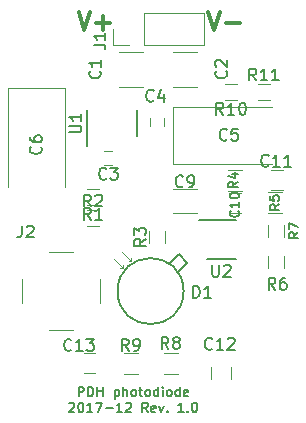
<source format=gbr>
G04 #@! TF.FileFunction,Legend,Top*
%FSLAX46Y46*%
G04 Gerber Fmt 4.6, Leading zero omitted, Abs format (unit mm)*
G04 Created by KiCad (PCBNEW 4.0.6) date 12/22/17 14:46:29*
%MOMM*%
%LPD*%
G01*
G04 APERTURE LIST*
%ADD10C,0.100000*%
%ADD11C,0.150000*%
%ADD12C,0.300000*%
%ADD13C,0.120000*%
G04 APERTURE END LIST*
D10*
D11*
X132221427Y-117136905D02*
X132221427Y-116336905D01*
X132526189Y-116336905D01*
X132602380Y-116375000D01*
X132640475Y-116413095D01*
X132678570Y-116489286D01*
X132678570Y-116603571D01*
X132640475Y-116679762D01*
X132602380Y-116717857D01*
X132526189Y-116755952D01*
X132221427Y-116755952D01*
X133021427Y-117136905D02*
X133021427Y-116336905D01*
X133211903Y-116336905D01*
X133326189Y-116375000D01*
X133402380Y-116451190D01*
X133440475Y-116527381D01*
X133478570Y-116679762D01*
X133478570Y-116794048D01*
X133440475Y-116946429D01*
X133402380Y-117022619D01*
X133326189Y-117098810D01*
X133211903Y-117136905D01*
X133021427Y-117136905D01*
X133821427Y-117136905D02*
X133821427Y-116336905D01*
X133821427Y-116717857D02*
X134278570Y-116717857D01*
X134278570Y-117136905D02*
X134278570Y-116336905D01*
X135269046Y-116603571D02*
X135269046Y-117403571D01*
X135269046Y-116641667D02*
X135345237Y-116603571D01*
X135497618Y-116603571D01*
X135573808Y-116641667D01*
X135611903Y-116679762D01*
X135649999Y-116755952D01*
X135649999Y-116984524D01*
X135611903Y-117060714D01*
X135573808Y-117098810D01*
X135497618Y-117136905D01*
X135345237Y-117136905D01*
X135269046Y-117098810D01*
X135992856Y-117136905D02*
X135992856Y-116336905D01*
X136335713Y-117136905D02*
X136335713Y-116717857D01*
X136297618Y-116641667D01*
X136221428Y-116603571D01*
X136107142Y-116603571D01*
X136030951Y-116641667D01*
X135992856Y-116679762D01*
X136830952Y-117136905D02*
X136754761Y-117098810D01*
X136716666Y-117060714D01*
X136678571Y-116984524D01*
X136678571Y-116755952D01*
X136716666Y-116679762D01*
X136754761Y-116641667D01*
X136830952Y-116603571D01*
X136945238Y-116603571D01*
X137021428Y-116641667D01*
X137059523Y-116679762D01*
X137097619Y-116755952D01*
X137097619Y-116984524D01*
X137059523Y-117060714D01*
X137021428Y-117098810D01*
X136945238Y-117136905D01*
X136830952Y-117136905D01*
X137326190Y-116603571D02*
X137630952Y-116603571D01*
X137440476Y-116336905D02*
X137440476Y-117022619D01*
X137478571Y-117098810D01*
X137554762Y-117136905D01*
X137630952Y-117136905D01*
X138011905Y-117136905D02*
X137935714Y-117098810D01*
X137897619Y-117060714D01*
X137859524Y-116984524D01*
X137859524Y-116755952D01*
X137897619Y-116679762D01*
X137935714Y-116641667D01*
X138011905Y-116603571D01*
X138126191Y-116603571D01*
X138202381Y-116641667D01*
X138240476Y-116679762D01*
X138278572Y-116755952D01*
X138278572Y-116984524D01*
X138240476Y-117060714D01*
X138202381Y-117098810D01*
X138126191Y-117136905D01*
X138011905Y-117136905D01*
X138964286Y-117136905D02*
X138964286Y-116336905D01*
X138964286Y-117098810D02*
X138888096Y-117136905D01*
X138735715Y-117136905D01*
X138659524Y-117098810D01*
X138621429Y-117060714D01*
X138583334Y-116984524D01*
X138583334Y-116755952D01*
X138621429Y-116679762D01*
X138659524Y-116641667D01*
X138735715Y-116603571D01*
X138888096Y-116603571D01*
X138964286Y-116641667D01*
X139345239Y-117136905D02*
X139345239Y-116603571D01*
X139345239Y-116336905D02*
X139307144Y-116375000D01*
X139345239Y-116413095D01*
X139383334Y-116375000D01*
X139345239Y-116336905D01*
X139345239Y-116413095D01*
X139840477Y-117136905D02*
X139764286Y-117098810D01*
X139726191Y-117060714D01*
X139688096Y-116984524D01*
X139688096Y-116755952D01*
X139726191Y-116679762D01*
X139764286Y-116641667D01*
X139840477Y-116603571D01*
X139954763Y-116603571D01*
X140030953Y-116641667D01*
X140069048Y-116679762D01*
X140107144Y-116755952D01*
X140107144Y-116984524D01*
X140069048Y-117060714D01*
X140030953Y-117098810D01*
X139954763Y-117136905D01*
X139840477Y-117136905D01*
X140792858Y-117136905D02*
X140792858Y-116336905D01*
X140792858Y-117098810D02*
X140716668Y-117136905D01*
X140564287Y-117136905D01*
X140488096Y-117098810D01*
X140450001Y-117060714D01*
X140411906Y-116984524D01*
X140411906Y-116755952D01*
X140450001Y-116679762D01*
X140488096Y-116641667D01*
X140564287Y-116603571D01*
X140716668Y-116603571D01*
X140792858Y-116641667D01*
X141478573Y-117098810D02*
X141402383Y-117136905D01*
X141250002Y-117136905D01*
X141173811Y-117098810D01*
X141135716Y-117022619D01*
X141135716Y-116717857D01*
X141173811Y-116641667D01*
X141250002Y-116603571D01*
X141402383Y-116603571D01*
X141478573Y-116641667D01*
X141516668Y-116717857D01*
X141516668Y-116794048D01*
X141135716Y-116870238D01*
X131421428Y-117763095D02*
X131459523Y-117725000D01*
X131535714Y-117686905D01*
X131726190Y-117686905D01*
X131802380Y-117725000D01*
X131840476Y-117763095D01*
X131878571Y-117839286D01*
X131878571Y-117915476D01*
X131840476Y-118029762D01*
X131383333Y-118486905D01*
X131878571Y-118486905D01*
X132373809Y-117686905D02*
X132450000Y-117686905D01*
X132526190Y-117725000D01*
X132564285Y-117763095D01*
X132602381Y-117839286D01*
X132640476Y-117991667D01*
X132640476Y-118182143D01*
X132602381Y-118334524D01*
X132564285Y-118410714D01*
X132526190Y-118448810D01*
X132450000Y-118486905D01*
X132373809Y-118486905D01*
X132297619Y-118448810D01*
X132259523Y-118410714D01*
X132221428Y-118334524D01*
X132183333Y-118182143D01*
X132183333Y-117991667D01*
X132221428Y-117839286D01*
X132259523Y-117763095D01*
X132297619Y-117725000D01*
X132373809Y-117686905D01*
X133402381Y-118486905D02*
X132945238Y-118486905D01*
X133173809Y-118486905D02*
X133173809Y-117686905D01*
X133097619Y-117801190D01*
X133021428Y-117877381D01*
X132945238Y-117915476D01*
X133669048Y-117686905D02*
X134202381Y-117686905D01*
X133859524Y-118486905D01*
X134507143Y-118182143D02*
X135116667Y-118182143D01*
X135916667Y-118486905D02*
X135459524Y-118486905D01*
X135688095Y-118486905D02*
X135688095Y-117686905D01*
X135611905Y-117801190D01*
X135535714Y-117877381D01*
X135459524Y-117915476D01*
X136221429Y-117763095D02*
X136259524Y-117725000D01*
X136335715Y-117686905D01*
X136526191Y-117686905D01*
X136602381Y-117725000D01*
X136640477Y-117763095D01*
X136678572Y-117839286D01*
X136678572Y-117915476D01*
X136640477Y-118029762D01*
X136183334Y-118486905D01*
X136678572Y-118486905D01*
X138088096Y-118486905D02*
X137821429Y-118105952D01*
X137630953Y-118486905D02*
X137630953Y-117686905D01*
X137935715Y-117686905D01*
X138011906Y-117725000D01*
X138050001Y-117763095D01*
X138088096Y-117839286D01*
X138088096Y-117953571D01*
X138050001Y-118029762D01*
X138011906Y-118067857D01*
X137935715Y-118105952D01*
X137630953Y-118105952D01*
X138735715Y-118448810D02*
X138659525Y-118486905D01*
X138507144Y-118486905D01*
X138430953Y-118448810D01*
X138392858Y-118372619D01*
X138392858Y-118067857D01*
X138430953Y-117991667D01*
X138507144Y-117953571D01*
X138659525Y-117953571D01*
X138735715Y-117991667D01*
X138773810Y-118067857D01*
X138773810Y-118144048D01*
X138392858Y-118220238D01*
X139040477Y-117953571D02*
X139230953Y-118486905D01*
X139421429Y-117953571D01*
X139726191Y-118410714D02*
X139764286Y-118448810D01*
X139726191Y-118486905D01*
X139688096Y-118448810D01*
X139726191Y-118410714D01*
X139726191Y-118486905D01*
X141135715Y-118486905D02*
X140678572Y-118486905D01*
X140907143Y-118486905D02*
X140907143Y-117686905D01*
X140830953Y-117801190D01*
X140754762Y-117877381D01*
X140678572Y-117915476D01*
X141478572Y-118410714D02*
X141516667Y-118448810D01*
X141478572Y-118486905D01*
X141440477Y-118448810D01*
X141478572Y-118410714D01*
X141478572Y-118486905D01*
X142011905Y-117686905D02*
X142088096Y-117686905D01*
X142164286Y-117725000D01*
X142202381Y-117763095D01*
X142240477Y-117839286D01*
X142278572Y-117991667D01*
X142278572Y-118182143D01*
X142240477Y-118334524D01*
X142202381Y-118410714D01*
X142164286Y-118448810D01*
X142088096Y-118486905D01*
X142011905Y-118486905D01*
X141935715Y-118448810D01*
X141897619Y-118410714D01*
X141859524Y-118334524D01*
X141821429Y-118182143D01*
X141821429Y-117991667D01*
X141859524Y-117839286D01*
X141897619Y-117763095D01*
X141935715Y-117725000D01*
X142011905Y-117686905D01*
D12*
X143221429Y-84628571D02*
X143721429Y-86128571D01*
X144221429Y-84628571D01*
X144721429Y-85557143D02*
X145864286Y-85557143D01*
X132221429Y-84628571D02*
X132721429Y-86128571D01*
X133221429Y-84628571D01*
X133721429Y-85557143D02*
X134864286Y-85557143D01*
X134292857Y-86128571D02*
X134292857Y-84985714D01*
D11*
X143125000Y-105500000D02*
X145575000Y-105500000D01*
X142400000Y-102200000D02*
X145575000Y-102200000D01*
X132925000Y-95925000D02*
X132925000Y-92950000D01*
X137175000Y-95150000D02*
X137175000Y-92950000D01*
D13*
X137650000Y-87970000D02*
X135650000Y-87970000D01*
X135650000Y-90930000D02*
X137650000Y-90930000D01*
X142250000Y-87970000D02*
X140250000Y-87970000D01*
X140250000Y-90930000D02*
X142250000Y-90930000D01*
X135050000Y-97600000D02*
X134350000Y-97600000D01*
X134350000Y-96400000D02*
X135050000Y-96400000D01*
X138250000Y-94250000D02*
X138250000Y-93550000D01*
X139450000Y-93550000D02*
X139450000Y-94250000D01*
X129750000Y-104950000D02*
X131750000Y-104950000D01*
X129750000Y-111550000D02*
X131750000Y-111550000D01*
X134050000Y-107250000D02*
X134050000Y-109250000D01*
X127450000Y-107250000D02*
X127450000Y-109250000D01*
X138170000Y-104150000D02*
X138170000Y-103150000D01*
X139530000Y-103150000D02*
X139530000Y-104150000D01*
X142880000Y-87380000D02*
X142880000Y-84720000D01*
X137740000Y-87380000D02*
X142880000Y-87380000D01*
X137740000Y-84720000D02*
X142880000Y-84720000D01*
X137740000Y-87380000D02*
X137740000Y-84720000D01*
X136470000Y-87380000D02*
X135140000Y-87380000D01*
X135140000Y-87380000D02*
X135140000Y-86050000D01*
X142250000Y-99630000D02*
X140250000Y-99630000D01*
X140250000Y-101670000D02*
X142250000Y-101670000D01*
X140225000Y-92650000D02*
X148625000Y-92650000D01*
X140225000Y-97450000D02*
X148625000Y-97450000D01*
X140225000Y-92650000D02*
X140225000Y-97450000D01*
X131050000Y-91075000D02*
X131050000Y-99475000D01*
X126250000Y-91075000D02*
X126250000Y-99475000D01*
X131050000Y-91075000D02*
X126250000Y-91075000D01*
X144950000Y-101600000D02*
X145950000Y-101600000D01*
X145950000Y-99900000D02*
X144950000Y-99900000D01*
X148550000Y-99700000D02*
X149550000Y-99700000D01*
X149550000Y-98000000D02*
X148550000Y-98000000D01*
X143400000Y-114650000D02*
X143400000Y-115650000D01*
X145100000Y-115650000D02*
X145100000Y-114650000D01*
X132650000Y-115200000D02*
X133650000Y-115200000D01*
X133650000Y-113500000D02*
X132650000Y-113500000D01*
X144850000Y-97970000D02*
X146050000Y-97970000D01*
X146050000Y-99730000D02*
X144850000Y-99730000D01*
X148250000Y-99870000D02*
X149450000Y-99870000D01*
X149450000Y-101630000D02*
X148250000Y-101630000D01*
X148270000Y-106250000D02*
X148270000Y-105250000D01*
X149630000Y-105250000D02*
X149630000Y-106250000D01*
X148270000Y-103650000D02*
X148270000Y-102650000D01*
X149630000Y-102650000D02*
X149630000Y-103650000D01*
X140650000Y-115230000D02*
X139450000Y-115230000D01*
X139450000Y-113470000D02*
X140650000Y-113470000D01*
X137250000Y-115230000D02*
X136050000Y-115230000D01*
X136050000Y-113470000D02*
X137250000Y-113470000D01*
D11*
X141431500Y-105837000D02*
X140669500Y-106599000D01*
X140733000Y-105138500D02*
X139971000Y-105900500D01*
X140733000Y-105138500D02*
X141431500Y-105837000D01*
X141114000Y-108250000D02*
G75*
G03X141114000Y-108250000I-2794000J0D01*
G01*
D13*
X136002250Y-106318250D02*
X136002250Y-106058250D01*
X136002250Y-106318250D02*
X135752250Y-106318250D01*
X136701750Y-105678250D02*
X136701750Y-105428250D01*
X136701750Y-105678250D02*
X136451750Y-105678250D01*
X135941750Y-104918250D02*
X136701750Y-105678250D01*
X135242250Y-105548250D02*
X136002250Y-106318250D01*
X132932000Y-99618000D02*
X133932000Y-99618000D01*
X133932000Y-100978000D02*
X132932000Y-100978000D01*
X133932000Y-102756000D02*
X132932000Y-102756000D01*
X132932000Y-101396000D02*
X133932000Y-101396000D01*
X144616000Y-90728000D02*
X145616000Y-90728000D01*
X145616000Y-92088000D02*
X144616000Y-92088000D01*
X148410000Y-92088000D02*
X147410000Y-92088000D01*
X147410000Y-90728000D02*
X148410000Y-90728000D01*
D11*
X143538095Y-106027381D02*
X143538095Y-106836905D01*
X143585714Y-106932143D01*
X143633333Y-106979762D01*
X143728571Y-107027381D01*
X143919048Y-107027381D01*
X144014286Y-106979762D01*
X144061905Y-106932143D01*
X144109524Y-106836905D01*
X144109524Y-106027381D01*
X144538095Y-106122619D02*
X144585714Y-106075000D01*
X144680952Y-106027381D01*
X144919048Y-106027381D01*
X145014286Y-106075000D01*
X145061905Y-106122619D01*
X145109524Y-106217857D01*
X145109524Y-106313095D01*
X145061905Y-106455952D01*
X144490476Y-107027381D01*
X145109524Y-107027381D01*
X131452381Y-94811905D02*
X132261905Y-94811905D01*
X132357143Y-94764286D01*
X132404762Y-94716667D01*
X132452381Y-94621429D01*
X132452381Y-94430952D01*
X132404762Y-94335714D01*
X132357143Y-94288095D01*
X132261905Y-94240476D01*
X131452381Y-94240476D01*
X132452381Y-93240476D02*
X132452381Y-93811905D01*
X132452381Y-93526191D02*
X131452381Y-93526191D01*
X131595238Y-93621429D01*
X131690476Y-93716667D01*
X131738095Y-93811905D01*
X134007143Y-89616666D02*
X134054762Y-89664285D01*
X134102381Y-89807142D01*
X134102381Y-89902380D01*
X134054762Y-90045238D01*
X133959524Y-90140476D01*
X133864286Y-90188095D01*
X133673810Y-90235714D01*
X133530952Y-90235714D01*
X133340476Y-90188095D01*
X133245238Y-90140476D01*
X133150000Y-90045238D01*
X133102381Y-89902380D01*
X133102381Y-89807142D01*
X133150000Y-89664285D01*
X133197619Y-89616666D01*
X134102381Y-88664285D02*
X134102381Y-89235714D01*
X134102381Y-88950000D02*
X133102381Y-88950000D01*
X133245238Y-89045238D01*
X133340476Y-89140476D01*
X133388095Y-89235714D01*
X144707143Y-89616666D02*
X144754762Y-89664285D01*
X144802381Y-89807142D01*
X144802381Y-89902380D01*
X144754762Y-90045238D01*
X144659524Y-90140476D01*
X144564286Y-90188095D01*
X144373810Y-90235714D01*
X144230952Y-90235714D01*
X144040476Y-90188095D01*
X143945238Y-90140476D01*
X143850000Y-90045238D01*
X143802381Y-89902380D01*
X143802381Y-89807142D01*
X143850000Y-89664285D01*
X143897619Y-89616666D01*
X143897619Y-89235714D02*
X143850000Y-89188095D01*
X143802381Y-89092857D01*
X143802381Y-88854761D01*
X143850000Y-88759523D01*
X143897619Y-88711904D01*
X143992857Y-88664285D01*
X144088095Y-88664285D01*
X144230952Y-88711904D01*
X144802381Y-89283333D01*
X144802381Y-88664285D01*
X134583334Y-98707143D02*
X134535715Y-98754762D01*
X134392858Y-98802381D01*
X134297620Y-98802381D01*
X134154762Y-98754762D01*
X134059524Y-98659524D01*
X134011905Y-98564286D01*
X133964286Y-98373810D01*
X133964286Y-98230952D01*
X134011905Y-98040476D01*
X134059524Y-97945238D01*
X134154762Y-97850000D01*
X134297620Y-97802381D01*
X134392858Y-97802381D01*
X134535715Y-97850000D01*
X134583334Y-97897619D01*
X134916667Y-97802381D02*
X135535715Y-97802381D01*
X135202381Y-98183333D01*
X135345239Y-98183333D01*
X135440477Y-98230952D01*
X135488096Y-98278571D01*
X135535715Y-98373810D01*
X135535715Y-98611905D01*
X135488096Y-98707143D01*
X135440477Y-98754762D01*
X135345239Y-98802381D01*
X135059524Y-98802381D01*
X134964286Y-98754762D01*
X134916667Y-98707143D01*
X138583334Y-92107143D02*
X138535715Y-92154762D01*
X138392858Y-92202381D01*
X138297620Y-92202381D01*
X138154762Y-92154762D01*
X138059524Y-92059524D01*
X138011905Y-91964286D01*
X137964286Y-91773810D01*
X137964286Y-91630952D01*
X138011905Y-91440476D01*
X138059524Y-91345238D01*
X138154762Y-91250000D01*
X138297620Y-91202381D01*
X138392858Y-91202381D01*
X138535715Y-91250000D01*
X138583334Y-91297619D01*
X139440477Y-91535714D02*
X139440477Y-92202381D01*
X139202381Y-91154762D02*
X138964286Y-91869048D01*
X139583334Y-91869048D01*
X127416667Y-102702381D02*
X127416667Y-103416667D01*
X127369047Y-103559524D01*
X127273809Y-103654762D01*
X127130952Y-103702381D01*
X127035714Y-103702381D01*
X127845238Y-102797619D02*
X127892857Y-102750000D01*
X127988095Y-102702381D01*
X128226191Y-102702381D01*
X128321429Y-102750000D01*
X128369048Y-102797619D01*
X128416667Y-102892857D01*
X128416667Y-102988095D01*
X128369048Y-103130952D01*
X127797619Y-103702381D01*
X128416667Y-103702381D01*
X137927381Y-103816666D02*
X137451190Y-104150000D01*
X137927381Y-104388095D02*
X136927381Y-104388095D01*
X136927381Y-104007142D01*
X136975000Y-103911904D01*
X137022619Y-103864285D01*
X137117857Y-103816666D01*
X137260714Y-103816666D01*
X137355952Y-103864285D01*
X137403571Y-103911904D01*
X137451190Y-104007142D01*
X137451190Y-104388095D01*
X136927381Y-103483333D02*
X136927381Y-102864285D01*
X137308333Y-103197619D01*
X137308333Y-103054761D01*
X137355952Y-102959523D01*
X137403571Y-102911904D01*
X137498810Y-102864285D01*
X137736905Y-102864285D01*
X137832143Y-102911904D01*
X137879762Y-102959523D01*
X137927381Y-103054761D01*
X137927381Y-103340476D01*
X137879762Y-103435714D01*
X137832143Y-103483333D01*
X133502381Y-87383333D02*
X134216667Y-87383333D01*
X134359524Y-87430953D01*
X134454762Y-87526191D01*
X134502381Y-87669048D01*
X134502381Y-87764286D01*
X134502381Y-86383333D02*
X134502381Y-86954762D01*
X134502381Y-86669048D02*
X133502381Y-86669048D01*
X133645238Y-86764286D01*
X133740476Y-86859524D01*
X133788095Y-86954762D01*
X141058334Y-99357143D02*
X141010715Y-99404762D01*
X140867858Y-99452381D01*
X140772620Y-99452381D01*
X140629762Y-99404762D01*
X140534524Y-99309524D01*
X140486905Y-99214286D01*
X140439286Y-99023810D01*
X140439286Y-98880952D01*
X140486905Y-98690476D01*
X140534524Y-98595238D01*
X140629762Y-98500000D01*
X140772620Y-98452381D01*
X140867858Y-98452381D01*
X141010715Y-98500000D01*
X141058334Y-98547619D01*
X141534524Y-99452381D02*
X141725000Y-99452381D01*
X141820239Y-99404762D01*
X141867858Y-99357143D01*
X141963096Y-99214286D01*
X142010715Y-99023810D01*
X142010715Y-98642857D01*
X141963096Y-98547619D01*
X141915477Y-98500000D01*
X141820239Y-98452381D01*
X141629762Y-98452381D01*
X141534524Y-98500000D01*
X141486905Y-98547619D01*
X141439286Y-98642857D01*
X141439286Y-98880952D01*
X141486905Y-98976190D01*
X141534524Y-99023810D01*
X141629762Y-99071429D01*
X141820239Y-99071429D01*
X141915477Y-99023810D01*
X141963096Y-98976190D01*
X142010715Y-98880952D01*
X144783334Y-95407143D02*
X144735715Y-95454762D01*
X144592858Y-95502381D01*
X144497620Y-95502381D01*
X144354762Y-95454762D01*
X144259524Y-95359524D01*
X144211905Y-95264286D01*
X144164286Y-95073810D01*
X144164286Y-94930952D01*
X144211905Y-94740476D01*
X144259524Y-94645238D01*
X144354762Y-94550000D01*
X144497620Y-94502381D01*
X144592858Y-94502381D01*
X144735715Y-94550000D01*
X144783334Y-94597619D01*
X145688096Y-94502381D02*
X145211905Y-94502381D01*
X145164286Y-94978571D01*
X145211905Y-94930952D01*
X145307143Y-94883333D01*
X145545239Y-94883333D01*
X145640477Y-94930952D01*
X145688096Y-94978571D01*
X145735715Y-95073810D01*
X145735715Y-95311905D01*
X145688096Y-95407143D01*
X145640477Y-95454762D01*
X145545239Y-95502381D01*
X145307143Y-95502381D01*
X145211905Y-95454762D01*
X145164286Y-95407143D01*
X129007143Y-96016666D02*
X129054762Y-96064285D01*
X129102381Y-96207142D01*
X129102381Y-96302380D01*
X129054762Y-96445238D01*
X128959524Y-96540476D01*
X128864286Y-96588095D01*
X128673810Y-96635714D01*
X128530952Y-96635714D01*
X128340476Y-96588095D01*
X128245238Y-96540476D01*
X128150000Y-96445238D01*
X128102381Y-96302380D01*
X128102381Y-96207142D01*
X128150000Y-96064285D01*
X128197619Y-96016666D01*
X128102381Y-95159523D02*
X128102381Y-95350000D01*
X128150000Y-95445238D01*
X128197619Y-95492857D01*
X128340476Y-95588095D01*
X128530952Y-95635714D01*
X128911905Y-95635714D01*
X129007143Y-95588095D01*
X129054762Y-95540476D01*
X129102381Y-95445238D01*
X129102381Y-95254761D01*
X129054762Y-95159523D01*
X129007143Y-95111904D01*
X128911905Y-95064285D01*
X128673810Y-95064285D01*
X128578571Y-95111904D01*
X128530952Y-95159523D01*
X128483333Y-95254761D01*
X128483333Y-95445238D01*
X128530952Y-95540476D01*
X128578571Y-95588095D01*
X128673810Y-95635714D01*
X145735714Y-101464286D02*
X145773810Y-101502381D01*
X145811905Y-101616667D01*
X145811905Y-101692857D01*
X145773810Y-101807143D01*
X145697619Y-101883334D01*
X145621429Y-101921429D01*
X145469048Y-101959524D01*
X145354762Y-101959524D01*
X145202381Y-101921429D01*
X145126190Y-101883334D01*
X145050000Y-101807143D01*
X145011905Y-101692857D01*
X145011905Y-101616667D01*
X145050000Y-101502381D01*
X145088095Y-101464286D01*
X145811905Y-100702381D02*
X145811905Y-101159524D01*
X145811905Y-100930953D02*
X145011905Y-100930953D01*
X145126190Y-101007143D01*
X145202381Y-101083334D01*
X145240476Y-101159524D01*
X145011905Y-100207143D02*
X145011905Y-100130952D01*
X145050000Y-100054762D01*
X145088095Y-100016667D01*
X145164286Y-99978571D01*
X145316667Y-99940476D01*
X145507143Y-99940476D01*
X145659524Y-99978571D01*
X145735714Y-100016667D01*
X145773810Y-100054762D01*
X145811905Y-100130952D01*
X145811905Y-100207143D01*
X145773810Y-100283333D01*
X145735714Y-100321429D01*
X145659524Y-100359524D01*
X145507143Y-100397619D01*
X145316667Y-100397619D01*
X145164286Y-100359524D01*
X145088095Y-100321429D01*
X145050000Y-100283333D01*
X145011905Y-100207143D01*
X148307143Y-97607143D02*
X148259524Y-97654762D01*
X148116667Y-97702381D01*
X148021429Y-97702381D01*
X147878571Y-97654762D01*
X147783333Y-97559524D01*
X147735714Y-97464286D01*
X147688095Y-97273810D01*
X147688095Y-97130952D01*
X147735714Y-96940476D01*
X147783333Y-96845238D01*
X147878571Y-96750000D01*
X148021429Y-96702381D01*
X148116667Y-96702381D01*
X148259524Y-96750000D01*
X148307143Y-96797619D01*
X149259524Y-97702381D02*
X148688095Y-97702381D01*
X148973809Y-97702381D02*
X148973809Y-96702381D01*
X148878571Y-96845238D01*
X148783333Y-96940476D01*
X148688095Y-96988095D01*
X150211905Y-97702381D02*
X149640476Y-97702381D01*
X149926190Y-97702381D02*
X149926190Y-96702381D01*
X149830952Y-96845238D01*
X149735714Y-96940476D01*
X149640476Y-96988095D01*
X143532143Y-113107143D02*
X143484524Y-113154762D01*
X143341667Y-113202381D01*
X143246429Y-113202381D01*
X143103571Y-113154762D01*
X143008333Y-113059524D01*
X142960714Y-112964286D01*
X142913095Y-112773810D01*
X142913095Y-112630952D01*
X142960714Y-112440476D01*
X143008333Y-112345238D01*
X143103571Y-112250000D01*
X143246429Y-112202381D01*
X143341667Y-112202381D01*
X143484524Y-112250000D01*
X143532143Y-112297619D01*
X144484524Y-113202381D02*
X143913095Y-113202381D01*
X144198809Y-113202381D02*
X144198809Y-112202381D01*
X144103571Y-112345238D01*
X144008333Y-112440476D01*
X143913095Y-112488095D01*
X144865476Y-112297619D02*
X144913095Y-112250000D01*
X145008333Y-112202381D01*
X145246429Y-112202381D01*
X145341667Y-112250000D01*
X145389286Y-112297619D01*
X145436905Y-112392857D01*
X145436905Y-112488095D01*
X145389286Y-112630952D01*
X144817857Y-113202381D01*
X145436905Y-113202381D01*
X131607143Y-113207143D02*
X131559524Y-113254762D01*
X131416667Y-113302381D01*
X131321429Y-113302381D01*
X131178571Y-113254762D01*
X131083333Y-113159524D01*
X131035714Y-113064286D01*
X130988095Y-112873810D01*
X130988095Y-112730952D01*
X131035714Y-112540476D01*
X131083333Y-112445238D01*
X131178571Y-112350000D01*
X131321429Y-112302381D01*
X131416667Y-112302381D01*
X131559524Y-112350000D01*
X131607143Y-112397619D01*
X132559524Y-113302381D02*
X131988095Y-113302381D01*
X132273809Y-113302381D02*
X132273809Y-112302381D01*
X132178571Y-112445238D01*
X132083333Y-112540476D01*
X131988095Y-112588095D01*
X132892857Y-112302381D02*
X133511905Y-112302381D01*
X133178571Y-112683333D01*
X133321429Y-112683333D01*
X133416667Y-112730952D01*
X133464286Y-112778571D01*
X133511905Y-112873810D01*
X133511905Y-113111905D01*
X133464286Y-113207143D01*
X133416667Y-113254762D01*
X133321429Y-113302381D01*
X133035714Y-113302381D01*
X132940476Y-113254762D01*
X132892857Y-113207143D01*
X145711905Y-98983333D02*
X145330952Y-99250000D01*
X145711905Y-99440476D02*
X144911905Y-99440476D01*
X144911905Y-99135714D01*
X144950000Y-99059523D01*
X144988095Y-99021428D01*
X145064286Y-98983333D01*
X145178571Y-98983333D01*
X145254762Y-99021428D01*
X145292857Y-99059523D01*
X145330952Y-99135714D01*
X145330952Y-99440476D01*
X145178571Y-98297619D02*
X145711905Y-98297619D01*
X144873810Y-98488095D02*
X145445238Y-98678571D01*
X145445238Y-98183333D01*
X149211905Y-100883333D02*
X148830952Y-101150000D01*
X149211905Y-101340476D02*
X148411905Y-101340476D01*
X148411905Y-101035714D01*
X148450000Y-100959523D01*
X148488095Y-100921428D01*
X148564286Y-100883333D01*
X148678571Y-100883333D01*
X148754762Y-100921428D01*
X148792857Y-100959523D01*
X148830952Y-101035714D01*
X148830952Y-101340476D01*
X148411905Y-100159523D02*
X148411905Y-100540476D01*
X148792857Y-100578571D01*
X148754762Y-100540476D01*
X148716667Y-100464285D01*
X148716667Y-100273809D01*
X148754762Y-100197619D01*
X148792857Y-100159523D01*
X148869048Y-100121428D01*
X149059524Y-100121428D01*
X149135714Y-100159523D01*
X149173810Y-100197619D01*
X149211905Y-100273809D01*
X149211905Y-100464285D01*
X149173810Y-100540476D01*
X149135714Y-100578571D01*
X148883334Y-108127381D02*
X148550000Y-107651190D01*
X148311905Y-108127381D02*
X148311905Y-107127381D01*
X148692858Y-107127381D01*
X148788096Y-107175000D01*
X148835715Y-107222619D01*
X148883334Y-107317857D01*
X148883334Y-107460714D01*
X148835715Y-107555952D01*
X148788096Y-107603571D01*
X148692858Y-107651190D01*
X148311905Y-107651190D01*
X149740477Y-107127381D02*
X149550000Y-107127381D01*
X149454762Y-107175000D01*
X149407143Y-107222619D01*
X149311905Y-107365476D01*
X149264286Y-107555952D01*
X149264286Y-107936905D01*
X149311905Y-108032143D01*
X149359524Y-108079762D01*
X149454762Y-108127381D01*
X149645239Y-108127381D01*
X149740477Y-108079762D01*
X149788096Y-108032143D01*
X149835715Y-107936905D01*
X149835715Y-107698810D01*
X149788096Y-107603571D01*
X149740477Y-107555952D01*
X149645239Y-107508333D01*
X149454762Y-107508333D01*
X149359524Y-107555952D01*
X149311905Y-107603571D01*
X149264286Y-107698810D01*
X150811905Y-103283333D02*
X150430952Y-103550000D01*
X150811905Y-103740476D02*
X150011905Y-103740476D01*
X150011905Y-103435714D01*
X150050000Y-103359523D01*
X150088095Y-103321428D01*
X150164286Y-103283333D01*
X150278571Y-103283333D01*
X150354762Y-103321428D01*
X150392857Y-103359523D01*
X150430952Y-103435714D01*
X150430952Y-103740476D01*
X150011905Y-103016666D02*
X150011905Y-102483333D01*
X150811905Y-102826190D01*
X139833334Y-113152381D02*
X139500000Y-112676190D01*
X139261905Y-113152381D02*
X139261905Y-112152381D01*
X139642858Y-112152381D01*
X139738096Y-112200000D01*
X139785715Y-112247619D01*
X139833334Y-112342857D01*
X139833334Y-112485714D01*
X139785715Y-112580952D01*
X139738096Y-112628571D01*
X139642858Y-112676190D01*
X139261905Y-112676190D01*
X140404762Y-112580952D02*
X140309524Y-112533333D01*
X140261905Y-112485714D01*
X140214286Y-112390476D01*
X140214286Y-112342857D01*
X140261905Y-112247619D01*
X140309524Y-112200000D01*
X140404762Y-112152381D01*
X140595239Y-112152381D01*
X140690477Y-112200000D01*
X140738096Y-112247619D01*
X140785715Y-112342857D01*
X140785715Y-112390476D01*
X140738096Y-112485714D01*
X140690477Y-112533333D01*
X140595239Y-112580952D01*
X140404762Y-112580952D01*
X140309524Y-112628571D01*
X140261905Y-112676190D01*
X140214286Y-112771429D01*
X140214286Y-112961905D01*
X140261905Y-113057143D01*
X140309524Y-113104762D01*
X140404762Y-113152381D01*
X140595239Y-113152381D01*
X140690477Y-113104762D01*
X140738096Y-113057143D01*
X140785715Y-112961905D01*
X140785715Y-112771429D01*
X140738096Y-112676190D01*
X140690477Y-112628571D01*
X140595239Y-112580952D01*
X136458334Y-113302381D02*
X136125000Y-112826190D01*
X135886905Y-113302381D02*
X135886905Y-112302381D01*
X136267858Y-112302381D01*
X136363096Y-112350000D01*
X136410715Y-112397619D01*
X136458334Y-112492857D01*
X136458334Y-112635714D01*
X136410715Y-112730952D01*
X136363096Y-112778571D01*
X136267858Y-112826190D01*
X135886905Y-112826190D01*
X136934524Y-113302381D02*
X137125000Y-113302381D01*
X137220239Y-113254762D01*
X137267858Y-113207143D01*
X137363096Y-113064286D01*
X137410715Y-112873810D01*
X137410715Y-112492857D01*
X137363096Y-112397619D01*
X137315477Y-112350000D01*
X137220239Y-112302381D01*
X137029762Y-112302381D01*
X136934524Y-112350000D01*
X136886905Y-112397619D01*
X136839286Y-112492857D01*
X136839286Y-112730952D01*
X136886905Y-112826190D01*
X136934524Y-112873810D01*
X137029762Y-112921429D01*
X137220239Y-112921429D01*
X137315477Y-112873810D01*
X137363096Y-112826190D01*
X137410715Y-112730952D01*
X141911905Y-108802381D02*
X141911905Y-107802381D01*
X142150000Y-107802381D01*
X142292858Y-107850000D01*
X142388096Y-107945238D01*
X142435715Y-108040476D01*
X142483334Y-108230952D01*
X142483334Y-108373810D01*
X142435715Y-108564286D01*
X142388096Y-108659524D01*
X142292858Y-108754762D01*
X142150000Y-108802381D01*
X141911905Y-108802381D01*
X143435715Y-108802381D02*
X142864286Y-108802381D01*
X143150000Y-108802381D02*
X143150000Y-107802381D01*
X143054762Y-107945238D01*
X142959524Y-108040476D01*
X142864286Y-108088095D01*
X133265334Y-102200381D02*
X132932000Y-101724190D01*
X132693905Y-102200381D02*
X132693905Y-101200381D01*
X133074858Y-101200381D01*
X133170096Y-101248000D01*
X133217715Y-101295619D01*
X133265334Y-101390857D01*
X133265334Y-101533714D01*
X133217715Y-101628952D01*
X133170096Y-101676571D01*
X133074858Y-101724190D01*
X132693905Y-101724190D01*
X134217715Y-102200381D02*
X133646286Y-102200381D01*
X133932000Y-102200381D02*
X133932000Y-101200381D01*
X133836762Y-101343238D01*
X133741524Y-101438476D01*
X133646286Y-101486095D01*
X133265334Y-101078381D02*
X132932000Y-100602190D01*
X132693905Y-101078381D02*
X132693905Y-100078381D01*
X133074858Y-100078381D01*
X133170096Y-100126000D01*
X133217715Y-100173619D01*
X133265334Y-100268857D01*
X133265334Y-100411714D01*
X133217715Y-100506952D01*
X133170096Y-100554571D01*
X133074858Y-100602190D01*
X132693905Y-100602190D01*
X133646286Y-100173619D02*
X133693905Y-100126000D01*
X133789143Y-100078381D01*
X134027239Y-100078381D01*
X134122477Y-100126000D01*
X134170096Y-100173619D01*
X134217715Y-100268857D01*
X134217715Y-100364095D01*
X134170096Y-100506952D01*
X133598667Y-101078381D01*
X134217715Y-101078381D01*
X144473143Y-93310381D02*
X144139809Y-92834190D01*
X143901714Y-93310381D02*
X143901714Y-92310381D01*
X144282667Y-92310381D01*
X144377905Y-92358000D01*
X144425524Y-92405619D01*
X144473143Y-92500857D01*
X144473143Y-92643714D01*
X144425524Y-92738952D01*
X144377905Y-92786571D01*
X144282667Y-92834190D01*
X143901714Y-92834190D01*
X145425524Y-93310381D02*
X144854095Y-93310381D01*
X145139809Y-93310381D02*
X145139809Y-92310381D01*
X145044571Y-92453238D01*
X144949333Y-92548476D01*
X144854095Y-92596095D01*
X146044571Y-92310381D02*
X146139810Y-92310381D01*
X146235048Y-92358000D01*
X146282667Y-92405619D01*
X146330286Y-92500857D01*
X146377905Y-92691333D01*
X146377905Y-92929429D01*
X146330286Y-93119905D01*
X146282667Y-93215143D01*
X146235048Y-93262762D01*
X146139810Y-93310381D01*
X146044571Y-93310381D01*
X145949333Y-93262762D01*
X145901714Y-93215143D01*
X145854095Y-93119905D01*
X145806476Y-92929429D01*
X145806476Y-92691333D01*
X145854095Y-92500857D01*
X145901714Y-92405619D01*
X145949333Y-92358000D01*
X146044571Y-92310381D01*
X147267143Y-90410381D02*
X146933809Y-89934190D01*
X146695714Y-90410381D02*
X146695714Y-89410381D01*
X147076667Y-89410381D01*
X147171905Y-89458000D01*
X147219524Y-89505619D01*
X147267143Y-89600857D01*
X147267143Y-89743714D01*
X147219524Y-89838952D01*
X147171905Y-89886571D01*
X147076667Y-89934190D01*
X146695714Y-89934190D01*
X148219524Y-90410381D02*
X147648095Y-90410381D01*
X147933809Y-90410381D02*
X147933809Y-89410381D01*
X147838571Y-89553238D01*
X147743333Y-89648476D01*
X147648095Y-89696095D01*
X149171905Y-90410381D02*
X148600476Y-90410381D01*
X148886190Y-90410381D02*
X148886190Y-89410381D01*
X148790952Y-89553238D01*
X148695714Y-89648476D01*
X148600476Y-89696095D01*
M02*

</source>
